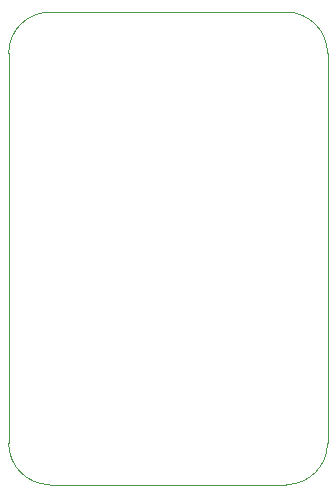
<source format=gbr>
%TF.GenerationSoftware,KiCad,Pcbnew,(7.0.0)*%
%TF.CreationDate,2023-05-21T11:30:13-07:00*%
%TF.ProjectId,DRV8874-breakout-board,44525638-3837-4342-9d62-7265616b6f75,rev?*%
%TF.SameCoordinates,Original*%
%TF.FileFunction,Profile,NP*%
%FSLAX46Y46*%
G04 Gerber Fmt 4.6, Leading zero omitted, Abs format (unit mm)*
G04 Created by KiCad (PCBNEW (7.0.0)) date 2023-05-21 11:30:13*
%MOMM*%
%LPD*%
G01*
G04 APERTURE LIST*
%TA.AperFunction,Profile*%
%ADD10C,0.100000*%
%TD*%
G04 APERTURE END LIST*
D10*
X144100000Y-112200000D02*
X144100000Y-79200000D01*
X120700000Y-75700000D02*
G75*
G03*
X117098572Y-79200000I-100000J-3500000D01*
G01*
X140600000Y-115700000D02*
G75*
G03*
X144100000Y-112200000I0J3500000D01*
G01*
X117100000Y-112200000D02*
G75*
G03*
X120600000Y-115700000I3500000J0D01*
G01*
X120700000Y-75700000D02*
X140600000Y-75700000D01*
X117098572Y-79200000D02*
X117100000Y-112200000D01*
X120600000Y-115700000D02*
X140600000Y-115700000D01*
X144100000Y-79200000D02*
G75*
G03*
X140600000Y-75700000I-3500000J0D01*
G01*
M02*

</source>
